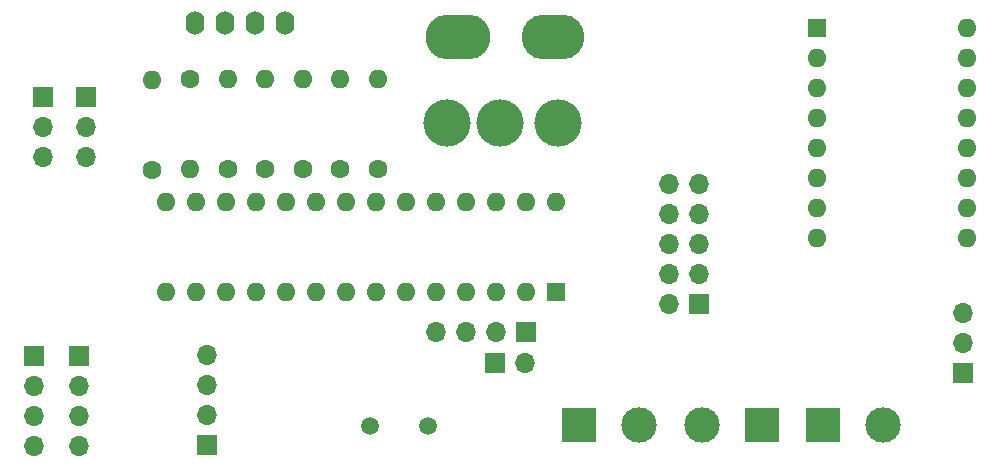
<source format=gbr>
%TF.GenerationSoftware,KiCad,Pcbnew,7.0.7*%
%TF.CreationDate,2025-01-17T17:57:09+01:00*%
%TF.ProjectId,minisumov3,6d696e69-7375-46d6-9f76-332e6b696361,rev?*%
%TF.SameCoordinates,Original*%
%TF.FileFunction,Soldermask,Bot*%
%TF.FilePolarity,Negative*%
%FSLAX46Y46*%
G04 Gerber Fmt 4.6, Leading zero omitted, Abs format (unit mm)*
G04 Created by KiCad (PCBNEW 7.0.7) date 2025-01-17 17:57:09*
%MOMM*%
%LPD*%
G01*
G04 APERTURE LIST*
%ADD10C,1.600000*%
%ADD11O,1.600000X1.600000*%
%ADD12R,3.000000X3.000000*%
%ADD13C,3.000000*%
%ADD14O,1.600000X2.000000*%
%ADD15R,1.700000X1.700000*%
%ADD16O,1.700000X1.700000*%
%ADD17R,1.600000X1.600000*%
%ADD18C,4.000000*%
%ADD19O,5.500000X3.800000*%
%ADD20O,5.300000X3.800000*%
%ADD21C,1.500000*%
G04 APERTURE END LIST*
D10*
%TO.C,R3*%
X127500000Y-93200000D03*
D11*
X127500000Y-85580000D03*
%TD*%
D12*
%TO.C,M2*%
X157220000Y-114800000D03*
D13*
X162300000Y-114800000D03*
%TD*%
D14*
%TO.C,Brd1*%
X124760000Y-80800000D03*
X127300000Y-80800000D03*
X129840000Y-80800000D03*
X132380000Y-80800000D03*
%TD*%
D15*
%TO.C,SO1*%
X111100000Y-108980000D03*
D16*
X111100000Y-111520000D03*
X111100000Y-114060000D03*
X111100000Y-116600000D03*
%TD*%
D15*
%TO.C,J5*%
X150160000Y-109600000D03*
D16*
X152700000Y-109600000D03*
%TD*%
D15*
%TO.C,S2*%
X115500000Y-87100000D03*
D16*
X115500000Y-89640000D03*
X115500000Y-92180000D03*
%TD*%
D17*
%TO.C,TB1*%
X177400000Y-81260000D03*
D11*
X177400000Y-83800000D03*
X177400000Y-86340000D03*
X177400000Y-88880000D03*
X177400000Y-91420000D03*
X177400000Y-93960000D03*
X177400000Y-96500000D03*
X177400000Y-99040000D03*
X190100000Y-99040000D03*
X190100000Y-96500000D03*
X190100000Y-93960000D03*
X190100000Y-91420000D03*
X190100000Y-88880000D03*
X190100000Y-86340000D03*
X190100000Y-83800000D03*
X190100000Y-81260000D03*
%TD*%
D10*
%TO.C,R5*%
X133900000Y-93200000D03*
D11*
X133900000Y-85580000D03*
%TD*%
D15*
%TO.C,S1*%
X111900000Y-87075000D03*
D16*
X111900000Y-89615000D03*
X111900000Y-92155000D03*
%TD*%
D15*
%TO.C,P1*%
X189800000Y-110425000D03*
D16*
X189800000Y-107885000D03*
X189800000Y-105345000D03*
%TD*%
D15*
%TO.C,J3*%
X167440000Y-104620000D03*
D16*
X164900000Y-104620000D03*
X167440000Y-102080000D03*
X164900000Y-102080000D03*
X167440000Y-99540000D03*
X164900000Y-99540000D03*
X167440000Y-97000000D03*
X164900000Y-97000000D03*
X167440000Y-94460000D03*
X164900000Y-94460000D03*
%TD*%
D18*
%TO.C,SW1*%
X155499982Y-89299968D03*
X150581700Y-89288100D03*
X146058424Y-89258898D03*
%TD*%
D15*
%TO.C,J2*%
X152780000Y-107000000D03*
D16*
X150240000Y-107000000D03*
X147700000Y-107000000D03*
X145160000Y-107000000D03*
%TD*%
D10*
%TO.C,R2*%
X124300000Y-85580000D03*
D11*
X124300000Y-93200000D03*
%TD*%
D10*
%TO.C,R1*%
X121100000Y-93210000D03*
D11*
X121100000Y-85590000D03*
%TD*%
D19*
%TO.C,F1*%
X147050000Y-82000000D03*
D20*
X155050000Y-82000000D03*
%TD*%
D15*
%TO.C,J4*%
X125800000Y-116500000D03*
D16*
X125800000Y-113960000D03*
X125800000Y-111420000D03*
X125800000Y-108880000D03*
%TD*%
D10*
%TO.C,R7*%
X140200000Y-93200000D03*
D11*
X140200000Y-85580000D03*
%TD*%
D10*
%TO.C,R6*%
X137000000Y-93200000D03*
D11*
X137000000Y-85580000D03*
%TD*%
D12*
%TO.C,M1*%
X177900000Y-114800000D03*
D13*
X182980000Y-114800000D03*
%TD*%
D10*
%TO.C,R4*%
X130700000Y-93200000D03*
D11*
X130700000Y-85580000D03*
%TD*%
D16*
%TO.C,SO2*%
X114900000Y-116580000D03*
X114900000Y-114040000D03*
X114900000Y-111500000D03*
D15*
X114900000Y-108960000D03*
%TD*%
D17*
%TO.C,U1*%
X155300000Y-103600000D03*
D11*
X152760000Y-103600000D03*
X150220000Y-103600000D03*
X147680000Y-103600000D03*
X145140000Y-103600000D03*
X142600000Y-103600000D03*
X140060000Y-103600000D03*
X137520000Y-103600000D03*
X134980000Y-103600000D03*
X132440000Y-103600000D03*
X129900000Y-103600000D03*
X127360000Y-103600000D03*
X124820000Y-103600000D03*
X122280000Y-103600000D03*
X122280000Y-95980000D03*
X124820000Y-95980000D03*
X127360000Y-95980000D03*
X129900000Y-95980000D03*
X132440000Y-95980000D03*
X134980000Y-95980000D03*
X137520000Y-95980000D03*
X140060000Y-95980000D03*
X142600000Y-95980000D03*
X145140000Y-95980000D03*
X147680000Y-95980000D03*
X150220000Y-95980000D03*
X152760000Y-95980000D03*
X155300000Y-95980000D03*
%TD*%
D12*
%TO.C,J1*%
X172740000Y-114800000D03*
D13*
X167660000Y-114800000D03*
%TD*%
D21*
%TO.C,Y1*%
X139550000Y-114900000D03*
X144430000Y-114900000D03*
%TD*%
M02*

</source>
